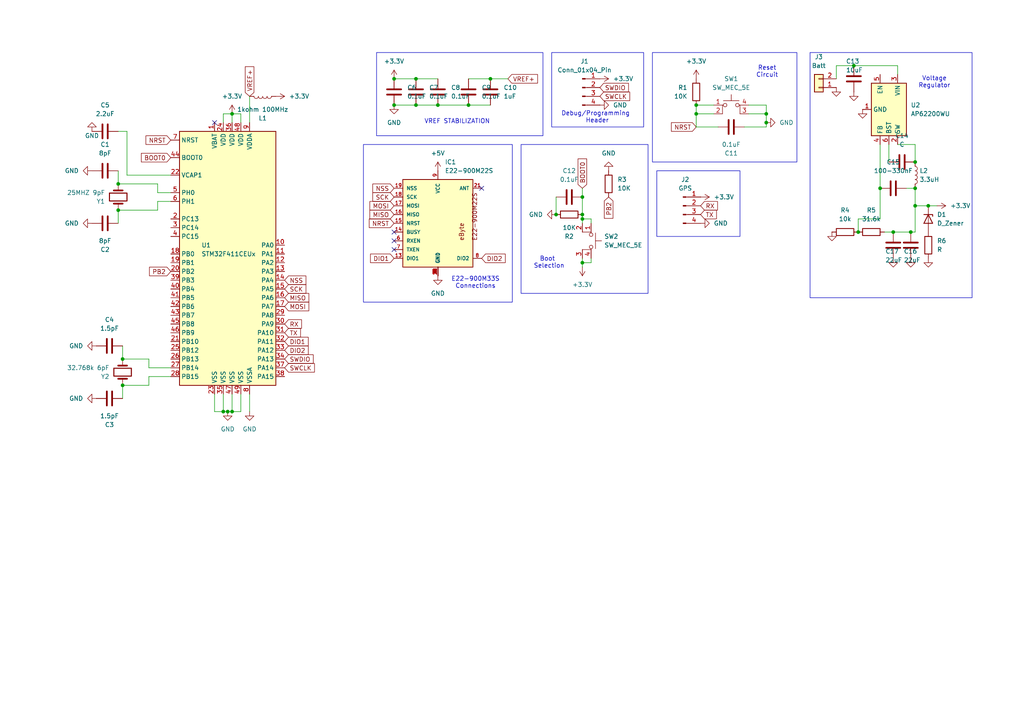
<source format=kicad_sch>
(kicad_sch (version 20231120) (generator "eeschema") (generator_version "8.0")
  (paper "A4")
  (lib_symbols
    (symbol "+3.3V_1" (power) (pin_numbers hide) (pin_names (offset 0) hide)
      (property "Value" "+3.3V" (at 0 3.556 0))
      (symbol "+3.3V_1_0_1"
        (polyline (pts (xy -0.762 1.27) (xy 0 2.54)))
        (polyline (pts (xy 0 0) (xy 0 2.54)))
        (polyline (pts (xy 0 2.54) (xy 0.762 1.27)))
      )
      (symbol "+3.3V_1_1_1"
        (pin power_in line (at 0 0 90) (length 0) (name "~") (number "1"))
      )
    )
    (symbol "+3.3V_2" (power) (pin_numbers hide) (pin_names (offset 0) hide)
      (property "Value" "+3.3V" (at 0 3.556 0))
      (symbol "+3.3V_2_0_1"
        (polyline (pts (xy -0.762 1.27) (xy 0 2.54)))
        (polyline (pts (xy 0 0) (xy 0 2.54)))
        (polyline (pts (xy 0 2.54) (xy 0.762 1.27)))
      )
      (symbol "+3.3V_2_1_1"
        (pin power_in line (at 0 0 90) (length 0) (name "~") (number "1"))
      )
    )
    (symbol "+3.3V_3" (power) (pin_numbers hide) (pin_names (offset 0) hide)
      (property "Value" "+3.3V" (at 0 3.556 0))
      (symbol "+3.3V_3_0_1"
        (polyline (pts (xy -0.762 1.27) (xy 0 2.54)))
        (polyline (pts (xy 0 0) (xy 0 2.54)))
        (polyline (pts (xy 0 2.54) (xy 0.762 1.27)))
      )
      (symbol "+3.3V_3_1_1"
        (pin power_in line (at 0 0 90) (length 0) (name "~") (number "1"))
      )
    )
    (symbol "+3.3V_4" (power) (pin_numbers hide) (pin_names (offset 0) hide)
      (property "Value" "+3.3V" (at 0 3.556 0))
      (symbol "+3.3V_4_0_1"
        (polyline (pts (xy -0.762 1.27) (xy 0 2.54)))
        (polyline (pts (xy 0 0) (xy 0 2.54)))
        (polyline (pts (xy 0 2.54) (xy 0.762 1.27)))
      )
      (symbol "+3.3V_4_1_1"
        (pin power_in line (at 0 0 90) (length 0) (name "~") (number "1"))
      )
    )
    (symbol "+3.3V_5" (power) (pin_numbers hide) (pin_names (offset 0) hide)
      (property "Value" "+3.3V" (at 0 3.556 0))
      (symbol "+3.3V_5_0_1"
        (polyline (pts (xy -0.762 1.27) (xy 0 2.54)))
        (polyline (pts (xy 0 0) (xy 0 2.54)))
        (polyline (pts (xy 0 2.54) (xy 0.762 1.27)))
      )
      (symbol "+3.3V_5_1_1"
        (pin power_in line (at 0 0 90) (length 0) (name "~") (number "1"))
      )
    )
    (symbol "+3.3V_6" (power) (pin_numbers hide) (pin_names (offset 0) hide)
      (property "Value" "+3.3V" (at 0 3.556 0))
      (symbol "+3.3V_6_0_1"
        (polyline (pts (xy -0.762 1.27) (xy 0 2.54)))
        (polyline (pts (xy 0 0) (xy 0 2.54)))
        (polyline (pts (xy 0 2.54) (xy 0.762 1.27)))
      )
      (symbol "+3.3V_6_1_1"
        (pin power_in line (at 0 0 90) (length 0) (name "~") (number "1"))
      )
    )
    (symbol "Connector:Conn_01x04_Pin" (pin_names (offset 1.016) hide)
      (property "Reference" "J" (at 0 5.08 0))
      (property "Value" "Conn_01x04_Pin" (at 0 -7.62 0))
      (symbol "Conn_01x04_Pin_1_1"
        (polyline (pts (xy 1.27 -5.08) (xy 0.8636 -5.08)) (stroke (width 0.1524)))
        (polyline (pts (xy 1.27 -2.54) (xy 0.8636 -2.54)) (stroke (width 0.1524)))
        (polyline (pts (xy 1.27 0) (xy 0.8636 0)) (stroke (width 0.1524)))
        (polyline (pts (xy 1.27 2.54) (xy 0.8636 2.54)) (stroke (width 0.1524)))
        (rectangle (start 0.8636 -4.953) (end 0 -5.207) (stroke (width 0.1524)) (fill (type outline)))
        (rectangle (start 0.8636 -2.413) (end 0 -2.667) (stroke (width 0.1524)) (fill (type outline)))
        (rectangle (start 0.8636 0.127) (end 0 -0.127) (stroke (width 0.1524)) (fill (type outline)))
        (rectangle (start 0.8636 2.667) (end 0 2.413) (stroke (width 0.1524)) (fill (type outline)))
        (pin passive line (at 5.08 2.54 180) (length 3.81) (name "Pin_1") (number "1"))
        (pin passive line (at 5.08 0 180) (length 3.81) (name "Pin_2") (number "2"))
        (pin passive line (at 5.08 -2.54 180) (length 3.81) (name "Pin_3") (number "3"))
        (pin passive line (at 5.08 -5.08 180) (length 3.81) (name "Pin_4") (number "4"))
      )
    )
    (symbol "Connector_Generic:Conn_01x02" (pin_names (offset 1.016) hide)
      (property "Reference" "J" (at 0 2.54 0))
      (property "Value" "Conn_01x02" (at 0 -5.08 0))
      (symbol "Conn_01x02_1_1"
        (rectangle (start -1.27 -2.413) (end 0 -2.667) (stroke (width 0.1524)))
        (rectangle (start -1.27 0.127) (end 0 -0.127) (stroke (width 0.1524)))
        (rectangle (start -1.27 1.27) (end 1.27 -3.81) (stroke (width 0.254)) (fill (type background)))
        (pin passive line (at -5.08 0 0) (length 3.81) (name "Pin_1") (number "1"))
        (pin passive line (at -5.08 -2.54 0) (length 3.81) (name "Pin_2") (number "2"))
      )
    )
    (symbol "Device:C" (pin_numbers hide) (pin_names (offset 0.254))
      (property "Reference" "C" (at 0.635 2.54 0))
      (property "Value" "C" (at 0.635 -2.54 0))
      (symbol "C_0_1"
        (polyline (pts (xy -2.032 -0.762) (xy 2.032 -0.762)) (stroke (width 0.508)))
        (polyline (pts (xy -2.032 0.762) (xy 2.032 0.762)) (stroke (width 0.508)))
      )
      (symbol "C_1_1"
        (pin passive line (at 0 3.81 270) (length 2.794) (name "~") (number "1"))
        (pin passive line (at 0 -3.81 90) (length 2.794) (name "~") (number "2"))
      )
    )
    (symbol "Device:Crystal" (pin_numbers hide) (pin_names (offset 1.016) hide)
      (property "Reference" "Y" (at 0 3.81 0))
      (property "Value" "Crystal" (at 0 -3.81 0))
      (symbol "Crystal_0_1"
        (rectangle (start -1.143 2.54) (end 1.143 -2.54) (stroke (width 0.3048)))
        (polyline (pts (xy -2.54 0) (xy -1.905 0)))
        (polyline (pts (xy -1.905 -1.27) (xy -1.905 1.27)) (stroke (width 0.508)))
        (polyline (pts (xy 1.905 -1.27) (xy 1.905 1.27)) (stroke (width 0.508)))
        (polyline (pts (xy 2.54 0) (xy 1.905 0)))
      )
      (symbol "Crystal_1_1"
        (pin passive line (at -3.81 0 0) (length 1.27) (name "1") (number "1"))
        (pin passive line (at 3.81 0 180) (length 1.27) (name "2") (number "2"))
      )
    )
    (symbol "Device:D_Zener" (pin_numbers hide) (pin_names (offset 1.016) hide)
      (property "Reference" "D" (at 0 2.54 0))
      (property "Value" "D_Zener" (at 0 -2.54 0))
      (symbol "D_Zener_0_1"
        (polyline (pts (xy 1.27 0) (xy -1.27 0)))
        (polyline (pts (xy -1.27 -1.27) (xy -1.27 1.27) (xy -0.762 1.27)) (stroke (width 0.254)))
        (polyline (pts (xy 1.27 -1.27) (xy 1.27 1.27) (xy -1.27 0) (xy 1.27 -1.27)) (stroke (width 0.254)))
      )
      (symbol "D_Zener_1_1"
        (pin passive line (at -3.81 0 0) (length 2.54) (name "K") (number "1"))
        (pin passive line (at 3.81 0 180) (length 2.54) (name "A") (number "2"))
      )
    )
    (symbol "Device:L" (pin_numbers hide) (pin_names (offset 1.016) hide)
      (property "Reference" "L" (at -1.27 0 90))
      (property "Value" "L" (at 1.905 0 90))
      (symbol "L_0_1"
        (arc (start 0 -2.54) (mid 0.6323 -1.905) (end 0 -1.27))
        (arc (start 0 -1.27) (mid 0.6323 -0.635) (end 0 0))
        (arc (start 0 0) (mid 0.6323 0.635) (end 0 1.27))
        (arc (start 0 1.27) (mid 0.6323 1.905) (end 0 2.54))
      )
      (symbol "L_1_1"
        (pin passive line (at 0 3.81 270) (length 1.27) (name "1") (number "1"))
        (pin passive line (at 0 -3.81 90) (length 1.27) (name "2") (number "2"))
      )
    )
    (symbol "Device:R" (pin_numbers hide) (pin_names (offset 0))
      (property "Reference" "R" (at 2.032 0 90))
      (property "Value" "R" (at 0 0 90))
      (symbol "R_0_1"
        (rectangle (start -1.016 -2.54) (end 1.016 2.54) (stroke (width 0.254)))
      )
      (symbol "R_1_1"
        (pin passive line (at 0 3.81 270) (length 1.27) (name "~") (number "1"))
        (pin passive line (at 0 -3.81 90) (length 1.27) (name "~") (number "2"))
      )
    )
    (symbol "E22-900M22S:E22-900M22S" (pin_names (offset 1.016))
      (property "Reference" "IC" (at 5.08 17.78 0))
      (property "Value" "E22-900M22S" (at -12.7 17.78 0))
      (symbol "E22-900M22S_0_0"
        (rectangle (start -10.16 -12.7) (end 10.16 12.7) (stroke (width 0.254)) (fill (type background)))
        (text "E22-900M22S" (at 11.43 -5.08 900) (effects (font (size 1.27 1.27)) (justify left bottom)))
        (text "eByte" (at 7.62 -5.08 900) (effects (font (size 1.27 1.27)) (justify left bottom)))
        (pin power_in line (at 0 -15.24 90) (length 2.54) (name "GND") (number "1"))
        (pin power_in line (at 0 -15.24 90) (length 2.54) (name "GND") (number "10"))
        (pin power_in line (at 0 -15.24 90) (length 2.54) (name "GND") (number "11"))
        (pin power_in line (at 0 -15.24 90) (length 2.54) (name "GND") (number "12"))
        (pin bidirectional line (at -12.7 -10.16 0) (length 2.54) (name "DIO1") (number "13"))
        (pin bidirectional line (at -12.7 -2.54 0) (length 2.54) (name "BUSY") (number "14"))
        (pin bidirectional line (at -12.7 0 0) (length 2.54) (name "NRST") (number "15"))
        (pin bidirectional line (at -12.7 2.54 0) (length 2.54) (name "MISO") (number "16"))
        (pin bidirectional line (at -12.7 5.08 0) (length 2.54) (name "MOSI") (number "17"))
        (pin input line (at -12.7 7.62 0) (length 2.54) (name "SCK") (number "18"))
        (pin input line (at -12.7 10.16 0) (length 2.54) (name "NSS") (number "19"))
        (pin power_in line (at 0 -15.24 90) (length 2.54) (name "GND") (number "2"))
        (pin power_in line (at 0 -15.24 90) (length 2.54) (name "GND") (number "20"))
        (pin output line (at 12.7 10.16 180) (length 2.54) (name "ANT") (number "21"))
        (pin power_in line (at 0 -15.24 90) (length 2.54) (name "GND") (number "22"))
        (pin power_in line (at 0 -15.24 90) (length 2.54) (name "GND") (number "3"))
        (pin power_in line (at 0 -15.24 90) (length 2.54) (name "GND") (number "4"))
        (pin power_in line (at 0 -15.24 90) (length 2.54) (name "GND") (number "5"))
        (pin input line (at -12.7 -5.08 0) (length 2.54) (name "RXEN") (number "6"))
        (pin bidirectional line (at -12.7 -7.62 0) (length 2.54) (name "TXEN") (number "7"))
        (pin bidirectional line (at 12.7 -10.16 180) (length 2.54) (name "DIO2") (number "8"))
        (pin power_in line (at 0 15.24 270) (length 2.54) (name "VCC") (number "9"))
      )
    )
    (symbol "GND_1" (power) (pin_numbers hide) (pin_names (offset 0) hide)
      (property "Value" "GND" (at 0 -3.81 0))
      (symbol "GND_1_0_1"
        (polyline (pts (xy 0 0) (xy 0 -1.27) (xy 1.27 -1.27) (xy 0 -2.54) (xy -1.27 -1.27) (xy 0 -1.27)))
      )
      (symbol "GND_1_1_1"
        (pin power_in line (at 0 0 270) (length 0) (name "~") (number "1"))
      )
    )
    (symbol "GND_10" (power) (pin_numbers hide) (pin_names (offset 0) hide)
      (property "Value" "GND" (at 0 -3.81 0))
      (symbol "GND_10_0_1"
        (polyline (pts (xy 0 0) (xy 0 -1.27) (xy 1.27 -1.27) (xy 0 -2.54) (xy -1.27 -1.27) (xy 0 -1.27)))
      )
      (symbol "GND_10_1_1"
        (pin power_in line (at 0 0 270) (length 0) (name "~") (number "1"))
      )
    )
    (symbol "GND_2" (power) (pin_numbers hide) (pin_names (offset 0) hide)
      (property "Value" "GND" (at 0 -3.81 0))
      (symbol "GND_2_0_1"
        (polyline (pts (xy 0 0) (xy 0 -1.27) (xy 1.27 -1.27) (xy 0 -2.54) (xy -1.27 -1.27) (xy 0 -1.27)))
      )
      (symbol "GND_2_1_1"
        (pin power_in line (at 0 0 270) (length 0) (name "~") (number "1"))
      )
    )
    (symbol "GND_3" (power) (pin_numbers hide) (pin_names (offset 0) hide)
      (property "Value" "GND" (at 0 -3.81 0))
      (symbol "GND_3_0_1"
        (polyline (pts (xy 0 0) (xy 0 -1.27) (xy 1.27 -1.27) (xy 0 -2.54) (xy -1.27 -1.27) (xy 0 -1.27)))
      )
      (symbol "GND_3_1_1"
        (pin power_in line (at 0 0 270) (length 0) (name "~") (number "1"))
      )
    )
    (symbol "GND_4" (power) (pin_numbers hide) (pin_names (offset 0) hide)
      (property "Value" "GND" (at 0 -3.81 0))
      (symbol "GND_4_0_1"
        (polyline (pts (xy 0 0) (xy 0 -1.27) (xy 1.27 -1.27) (xy 0 -2.54) (xy -1.27 -1.27) (xy 0 -1.27)))
      )
      (symbol "GND_4_1_1"
        (pin power_in line (at 0 0 270) (length 0) (name "~") (number "1"))
      )
    )
    (symbol "GND_5" (power) (pin_numbers hide) (pin_names (offset 0) hide)
      (property "Value" "GND" (at 0 -3.81 0))
      (symbol "GND_5_0_1"
        (polyline (pts (xy 0 0) (xy 0 -1.27) (xy 1.27 -1.27) (xy 0 -2.54) (xy -1.27 -1.27) (xy 0 -1.27)))
      )
      (symbol "GND_5_1_1"
        (pin power_in line (at 0 0 270) (length 0) (name "~") (number "1"))
      )
    )
    (symbol "GND_6" (power) (pin_numbers hide) (pin_names (offset 0) hide)
      (property "Value" "GND" (at 0 -3.81 0))
      (symbol "GND_6_0_1"
        (polyline (pts (xy 0 0) (xy 0 -1.27) (xy 1.27 -1.27) (xy 0 -2.54) (xy -1.27 -1.27) (xy 0 -1.27)))
      )
      (symbol "GND_6_1_1"
        (pin power_in line (at 0 0 270) (length 0) (name "~") (number "1"))
      )
    )
    (symbol "GND_7" (power) (pin_numbers hide) (pin_names (offset 0) hide)
      (property "Value" "GND" (at 0 -3.81 0))
      (symbol "GND_7_0_1"
        (polyline (pts (xy 0 0) (xy 0 -1.27) (xy 1.27 -1.27) (xy 0 -2.54) (xy -1.27 -1.27) (xy 0 -1.27)))
      )
      (symbol "GND_7_1_1"
        (pin power_in line (at 0 0 270) (length 0) (name "~") (number "1"))
      )
    )
    (symbol "GND_8" (power) (pin_numbers hide) (pin_names (offset 0) hide)
      (property "Value" "GND" (at 0 -3.81 0))
      (symbol "GND_8_0_1"
        (polyline (pts (xy 0 0) (xy 0 -1.27) (xy 1.27 -1.27) (xy 0 -2.54) (xy -1.27 -1.27) (xy 0 -1.27)))
      )
      (symbol "GND_8_1_1"
        (pin power_in line (at 0 0 270) (length 0) (name "~") (number "1"))
      )
    )
    (symbol "GND_9" (power) (pin_numbers hide) (pin_names (offset 0) hide)
      (property "Value" "GND" (at 0 -3.81 0))
      (symbol "GND_9_0_1"
        (polyline (pts (xy 0 0) (xy 0 -1.27) (xy 1.27 -1.27) (xy 0 -2.54) (xy -1.27 -1.27) (xy 0 -1.27)))
      )
      (symbol "GND_9_1_1"
        (pin power_in line (at 0 0 270) (length 0) (name "~") (number "1"))
      )
    )
    (symbol "MCU_ST_STM32F4:STM32F411CEUx"
      (property "Reference" "U" (at -15.24 36.83 0))
      (property "Value" "STM32F411CEUx" (at 7.62 36.83 0))
      (symbol "STM32F411CEUx_0_1"
        (rectangle (start -15.24 -38.1) (end 12.7 35.56) (stroke (width 0.254)) (fill (type background)))
      )
      (symbol "STM32F411CEUx_1_1"
        (pin power_in line (at -5.08 38.1 270) (length 2.54) (name "VBAT") (number "1"))
        (pin bidirectional line (at 15.24 2.54 180) (length 2.54) (name "PA0") (number "10"))
        (pin bidirectional line (at 15.24 0 180) (length 2.54) (name "PA1") (number "11"))
        (pin bidirectional line (at 15.24 -2.54 180) (length 2.54) (name "PA2") (number "12"))
        (pin bidirectional line (at 15.24 -5.08 180) (length 2.54) (name "PA3") (number "13"))
        (pin bidirectional line (at 15.24 -7.62 180) (length 2.54) (name "PA4") (number "14"))
        (pin bidirectional line (at 15.24 -10.16 180) (length 2.54) (name "PA5") (number "15"))
        (pin bidirectional line (at 15.24 -12.7 180) (length 2.54) (name "PA6") (number "16"))
        (pin bidirectional line (at 15.24 -15.24 180) (length 2.54) (name "PA7") (number "17"))
        (pin bidirectional line (at -17.78 0 0) (length 2.54) (name "PB0") (number "18"))
        (pin bidirectional line (at -17.78 -2.54 0) (length 2.54) (name "PB1") (number "19"))
        (pin bidirectional line (at -17.78 10.16 0) (length 2.54) (name "PC13") (number "2"))
        (pin bidirectional line (at -17.78 -5.08 0) (length 2.54) (name "PB2") (number "20"))
        (pin bidirectional line (at -17.78 -25.4 0) (length 2.54) (name "PB10") (number "21"))
        (pin power_in line (at -17.78 22.86 0) (length 2.54) (name "VCAP1") (number "22"))
        (pin power_in line (at -5.08 -40.64 90) (length 2.54) (name "VSS") (number "23"))
        (pin power_in line (at -2.54 38.1 270) (length 2.54) (name "VDD") (number "24"))
        (pin bidirectional line (at -17.78 -27.94 0) (length 2.54) (name "PB12") (number "25"))
        (pin bidirectional line (at -17.78 -30.48 0) (length 2.54) (name "PB13") (number "26"))
        (pin bidirectional line (at -17.78 -33.02 0) (length 2.54) (name "PB14") (number "27"))
        (pin bidirectional line (at -17.78 -35.56 0) (length 2.54) (name "PB15") (number "28"))
        (pin bidirectional line (at 15.24 -17.78 180) (length 2.54) (name "PA8") (number "29"))
        (pin bidirectional line (at -17.78 7.62 0) (length 2.54) (name "PC14") (number "3"))
        (pin bidirectional line (at 15.24 -20.32 180) (length 2.54) (name "PA9") (number "30"))
        (pin bidirectional line (at 15.24 -22.86 180) (length 2.54) (name "PA10") (number "31"))
        (pin bidirectional line (at 15.24 -25.4 180) (length 2.54) (name "PA11") (number "32"))
        (pin bidirectional line (at 15.24 -27.94 180) (length 2.54) (name "PA12") (number "33"))
        (pin bidirectional line (at 15.24 -30.48 180) (length 2.54) (name "PA13") (number "34"))
        (pin power_in line (at -2.54 -40.64 90) (length 2.54) (name "VSS") (number "35"))
        (pin power_in line (at 0 38.1 270) (length 2.54) (name "VDD") (number "36"))
        (pin bidirectional line (at 15.24 -33.02 180) (length 2.54) (name "PA14") (number "37"))
        (pin bidirectional line (at 15.24 -35.56 180) (length 2.54) (name "PA15") (number "38"))
        (pin bidirectional line (at -17.78 -7.62 0) (length 2.54) (name "PB3") (number "39"))
        (pin bidirectional line (at -17.78 5.08 0) (length 2.54) (name "PC15") (number "4"))
        (pin bidirectional line (at -17.78 -10.16 0) (length 2.54) (name "PB4") (number "40"))
        (pin bidirectional line (at -17.78 -12.7 0) (length 2.54) (name "PB5") (number "41"))
        (pin bidirectional line (at -17.78 -15.24 0) (length 2.54) (name "PB6") (number "42"))
        (pin bidirectional line (at -17.78 -17.78 0) (length 2.54) (name "PB7") (number "43"))
        (pin input line (at -17.78 27.94 0) (length 2.54) (name "BOOT0") (number "44"))
        (pin bidirectional line (at -17.78 -20.32 0) (length 2.54) (name "PB8") (number "45"))
        (pin bidirectional line (at -17.78 -22.86 0) (length 2.54) (name "PB9") (number "46"))
        (pin power_in line (at 0 -40.64 90) (length 2.54) (name "VSS") (number "47"))
        (pin power_in line (at 2.54 38.1 270) (length 2.54) (name "VDD") (number "48"))
        (pin power_in line (at 2.54 -40.64 90) (length 2.54) (name "VSS") (number "49"))
        (pin input line (at -17.78 17.78 0) (length 2.54) (name "PH0") (number "5"))
        (pin input line (at -17.78 15.24 0) (length 2.54) (name "PH1") (number "6"))
        (pin input line (at -17.78 33.02 0) (length 2.54) (name "NRST") (number "7"))
        (pin power_in line (at 5.08 -40.64 90) (length 2.54) (name "VSSA") (number "8"))
        (pin power_in line (at 5.08 38.1 270) (length 2.54) (name "VDDA") (number "9"))
      )
    )
    (symbol "Regulator_Switching:AP62250WU"
      (property "Reference" "U" (at -7.62 6.35 0))
      (property "Value" "AP62250WU" (at 6.35 -6.35 0))
      (symbol "AP62250WU_0_1"
        (rectangle (start -7.62 5.08) (end 7.62 -5.08) (stroke (width 0.254)) (fill (type background)))
      )
      (symbol "AP62250WU_1_1"
        (pin power_in line (at 0 -7.62 90) (length 2.54) (name "GND") (number "1"))
        (pin output line (at 10.16 2.54 180) (length 2.54) (name "SW") (number "2"))
        (pin power_in line (at -10.16 2.54 0) (length 2.54) (name "VIN") (number "3"))
        (pin input line (at 10.16 -2.54 180) (length 2.54) (name "FB") (number "4"))
        (pin passive line (at -10.16 -2.54 0) (length 2.54) (name "EN") (number "5"))
        (pin passive line (at 10.16 0 180) (length 2.54) (name "BST") (number "6"))
      )
    )
    (symbol "Switch:SW_MEC_5E" (pin_names (offset 1.016) hide)
      (property "Reference" "SW" (at 0.635 5.715 0))
      (property "Value" "SW_MEC_5E" (at 0 -3.175 0))
      (symbol "SW_MEC_5E_0_1"
        (circle (center -1.778 2.54) (radius 0.508))
        (polyline (pts (xy -2.286 3.81) (xy 2.286 3.81)))
        (polyline (pts (xy 0 3.81) (xy 0 5.588)))
        (polyline (pts (xy -2.54 0) (xy -2.54 2.54) (xy -2.286 2.54)))
        (polyline (pts (xy 2.54 0) (xy 2.54 2.54) (xy 2.286 2.54)))
        (circle (center 1.778 2.54) (radius 0.508))
        (pin passive line (at -5.08 2.54 0) (length 2.54) (name "1") (number "1"))
        (pin passive line (at -5.08 0 0) (length 2.54) (name "2") (number "2"))
        (pin passive line (at 5.08 0 180) (length 2.54) (name "K") (number "3"))
        (pin passive line (at 5.08 2.54 180) (length 2.54) (name "A") (number "4"))
      )
    )
    (symbol "power:+3.3V" (power) (pin_names (offset 0))
      (property "Value" "+3.3V" (at 0 3.556 0))
      (symbol "+3.3V_0_1"
        (polyline (pts (xy -0.762 1.27) (xy 0 2.54)))
        (polyline (pts (xy 0 0) (xy 0 2.54)))
        (polyline (pts (xy 0 2.54) (xy 0.762 1.27)))
      )
      (symbol "+3.3V_1_1"
        (pin power_in line (at 0 0 90) (length 0) hide (name "+3.3V") (number "1"))
      )
    )
    (symbol "power:+5V" (power) (pin_numbers hide) (pin_names (offset 0) hide)
      (property "Value" "+5V" (at 0 3.556 0))
      (symbol "+5V_0_1"
        (polyline (pts (xy -0.762 1.27) (xy 0 2.54)))
        (polyline (pts (xy 0 0) (xy 0 2.54)))
        (polyline (pts (xy 0 2.54) (xy 0.762 1.27)))
      )
      (symbol "+5V_1_1"
        (pin power_in line (at 0 0 90) (length 0) (name "~") (number "1"))
      )
    )
    (symbol "power:GND" (power) (pin_names (offset 0))
      (property "Value" "GND" (at 0 -3.81 0))
      (symbol "GND_0_1"
        (polyline (pts (xy 0 0) (xy 0 -1.27) (xy 1.27 -1.27) (xy 0 -2.54) (xy -1.27 -1.27) (xy 0 -1.27)))
      )
      (symbol "GND_1_1"
        (pin power_in line (at 0 0 270) (length 0) hide (name "GND") (number "1"))
      )
    )
  )
  (junction (at 247.65 19.05))
  (junction (at 269.24 59.69))
  (junction (at 259.08 67.31))
  (junction (at 265.43 59.69))
  (junction (at 135.89 30.48))
  (junction (at 222.25 33.02))
  (junction (at 222.25 35.56))
  (junction (at 66.04 119.38))
  (junction (at 127 30.48))
  (junction (at 265.43 46.99))
  (junction (at 255.27 54.61))
  (junction (at 120.65 22.86))
  (junction (at 114.3 22.86))
  (junction (at 35.56 111.76))
  (junction (at 265.43 54.61))
  (junction (at 114.3 30.48))
  (junction (at 67.31 33.02))
  (junction (at 168.91 63.5))
  (junction (at 35.56 104.14))
  (junction (at 64.77 119.38))
  (junction (at 161.29 62.23))
  (junction (at 168.91 57.15))
  (junction (at 142.24 22.86))
  (junction (at 264.16 67.31))
  (junction (at 201.93 30.48))
  (junction (at 168.91 62.23))
  (junction (at 201.93 33.02))
  (junction (at 248.92 67.31))
  (junction (at 34.29 60.96))
  (junction (at 67.31 119.38))
  (junction (at 120.65 30.48))
  (junction (at 34.29 53.34))
  (junction (at 168.91 76.2))
  (no_connect (at 114.3 72.39))
  (no_connect (at 139.7 54.61))
  (no_connect (at 62.23 35.56))
  (no_connect (at 114.3 69.85))
  (no_connect (at 114.3 67.31))
  (wire (pts (xy 217.17 30.48) (xy 222.25 30.48)))
  (wire (pts (xy 265.43 67.31) (xy 264.16 67.31)))
  (wire (pts (xy 207.01 33.02) (xy 201.93 33.02)))
  (wire (pts (xy 127 30.48) (xy 135.89 30.48)))
  (wire (pts (xy 247.65 19.05) (xy 242.57 19.05)))
  (wire (pts (xy 201.93 33.02) (xy 201.93 36.83)))
  (wire (pts (xy 171.45 74.93) (xy 171.45 76.2)))
  (wire (pts (xy 260.35 19.05) (xy 247.65 19.05)))
  (wire (pts (xy 142.24 22.86) (xy 147.32 22.86)))
  (wire (pts (xy 36.83 38.1) (xy 34.29 38.1)))
  (wire (pts (xy 49.53 106.68) (xy 43.18 106.68)))
  (wire (pts (xy 114.3 30.48) (xy 120.65 30.48)))
  (wire (pts (xy 257.81 41.91) (xy 257.81 46.99)))
  (wire (pts (xy 64.77 119.38) (xy 66.04 119.38)))
  (wire (pts (xy 114.3 22.86) (xy 120.65 22.86)))
  (wire (pts (xy 49.53 50.8) (xy 36.83 50.8)))
  (wire (pts (xy 43.18 109.22) (xy 43.18 111.76)))
  (wire (pts (xy 120.65 22.86) (xy 127 22.86)))
  (wire (pts (xy 201.93 30.48) (xy 207.01 30.48)))
  (wire (pts (xy 222.25 35.56) (xy 222.25 36.83)))
  (wire (pts (xy 269.24 59.69) (xy 271.78 59.69)))
  (wire (pts (xy 255.27 63.5) (xy 255.27 54.61)))
  (wire (pts (xy 49.53 55.88) (xy 45.72 55.88)))
  (wire (pts (xy 168.91 57.15) (xy 168.91 62.23)))
  (wire (pts (xy 135.89 22.86) (xy 142.24 22.86)))
  (wire (pts (xy 69.85 114.3) (xy 69.85 119.38)))
  (wire (pts (xy 262.89 54.61) (xy 265.43 54.61)))
  (wire (pts (xy 36.83 50.8) (xy 36.83 38.1)))
  (wire (pts (xy 67.31 33.02) (xy 67.31 35.56)))
  (wire (pts (xy 248.92 63.5) (xy 248.92 67.31)))
  (wire (pts (xy 259.08 67.31) (xy 256.54 67.31)))
  (wire (pts (xy 265.43 54.61) (xy 265.43 59.69)))
  (wire (pts (xy 45.72 55.88) (xy 45.72 53.34)))
  (wire (pts (xy 168.91 62.23) (xy 168.91 63.5)))
  (wire (pts (xy 69.85 33.02) (xy 67.31 33.02)))
  (wire (pts (xy 255.27 41.91) (xy 255.27 54.61)))
  (wire (pts (xy 168.91 74.93) (xy 168.91 76.2)))
  (wire (pts (xy 265.43 59.69) (xy 265.43 67.31)))
  (wire (pts (xy 35.56 100.33) (xy 35.56 104.14)))
  (wire (pts (xy 43.18 106.68) (xy 43.18 104.14)))
  (wire (pts (xy 67.31 114.3) (xy 67.31 119.38)))
  (wire (pts (xy 72.39 114.3) (xy 72.39 119.38)))
  (wire (pts (xy 265.43 41.91) (xy 265.43 46.99)))
  (wire (pts (xy 248.92 63.5) (xy 255.27 63.5)))
  (wire (pts (xy 45.72 60.96) (xy 34.29 60.96)))
  (wire (pts (xy 43.18 111.76) (xy 35.56 111.76)))
  (wire (pts (xy 43.18 104.14) (xy 35.56 104.14)))
  (wire (pts (xy 264.16 67.31) (xy 259.08 67.31)))
  (wire (pts (xy 222.25 36.83) (xy 215.9 36.83)))
  (wire (pts (xy 64.77 33.02) (xy 67.31 33.02)))
  (wire (pts (xy 135.89 30.48) (xy 142.24 30.48)))
  (wire (pts (xy 69.85 119.38) (xy 67.31 119.38)))
  (wire (pts (xy 67.31 119.38) (xy 66.04 119.38)))
  (wire (pts (xy 201.93 36.83) (xy 208.28 36.83)))
  (wire (pts (xy 161.29 57.15) (xy 161.29 62.23)))
  (wire (pts (xy 62.23 119.38) (xy 64.77 119.38)))
  (wire (pts (xy 34.29 64.77) (xy 34.29 60.96)))
  (wire (pts (xy 201.93 33.02) (xy 201.93 30.48)))
  (wire (pts (xy 49.53 109.22) (xy 43.18 109.22)))
  (wire (pts (xy 260.35 41.91) (xy 265.43 41.91)))
  (wire (pts (xy 222.25 33.02) (xy 222.25 35.56)))
  (wire (pts (xy 120.65 30.48) (xy 127 30.48)))
  (wire (pts (xy 171.45 76.2) (xy 168.91 76.2)))
  (wire (pts (xy 35.56 115.57) (xy 35.56 111.76)))
  (wire (pts (xy 49.53 58.42) (xy 45.72 58.42)))
  (wire (pts (xy 265.43 59.69) (xy 269.24 59.69)))
  (wire (pts (xy 72.39 27.94) (xy 72.39 35.56)))
  (wire (pts (xy 168.91 63.5) (xy 168.91 64.77)))
  (wire (pts (xy 45.72 58.42) (xy 45.72 60.96)))
  (wire (pts (xy 171.45 64.77) (xy 171.45 63.5)))
  (wire (pts (xy 260.35 21.59) (xy 260.35 19.05)))
  (wire (pts (xy 242.57 19.05) (xy 242.57 22.86)))
  (wire (pts (xy 45.72 53.34) (xy 34.29 53.34)))
  (wire (pts (xy 168.91 76.2) (xy 168.91 77.47)))
  (wire (pts (xy 168.91 57.15) (xy 168.91 54.61)))
  (wire (pts (xy 62.23 114.3) (xy 62.23 119.38)))
  (wire (pts (xy 69.85 35.56) (xy 69.85 33.02)))
  (wire (pts (xy 171.45 63.5) (xy 168.91 63.5)))
  (wire (pts (xy 222.25 30.48) (xy 222.25 33.02)))
  (wire (pts (xy 64.77 114.3) (xy 64.77 119.38)))
  (wire (pts (xy 64.77 35.56) (xy 64.77 33.02)))
  (wire (pts (xy 34.29 49.53) (xy 34.29 53.34)))
  (wire (pts (xy 217.17 33.02) (xy 222.25 33.02)))
  (rectangle (start 189.23 15.24) (end 231.14 46.99))
  (rectangle (start 190.5 49.53) (end 214.63 68.58))
  (rectangle (start 151.13 41.91) (end 187.96 85.09))
  (rectangle (start 234.95 15.24) (end 281.94 86.36))
  (rectangle (start 109.22 15.24) (end 157.48 39.37))
  (rectangle (start 105.41 41.91) (end 148.59 87.63))
  (rectangle (start 160.02 15.24) (end 186.69 36.83))
  (text "Boot \nSelection\n" (at 159.258 76.2 0) (effects (font (size 1.27 1.27))))
  (text "Reset\nCircuit\n" (at 222.504 20.828 0) (effects (font (size 1.27 1.27))))
  (text "E22-900M33S\nConnections\n" (at 137.922 82.042 0) (effects (font (size 1.27 1.27))))
  (text "Debug/Programming \nHeader\n" (at 173.228 34.036 0) (effects (font (size 1.27 1.27))))
  (text "VREF STABILIZATION\n" (at 132.588 35.306 0) (effects (font (size 1.27 1.27))))
  (text "Voltage\nRegulator\n" (at 271.018 23.876 0) (effects (font (size 1.27 1.27))))
  (global_label "NRST" (shape input) (at 114.3 64.77 180) (property "Intersheetrefs" "${INTERSHEET_REFS}" (effects (hide yes))))
  (global_label "DIO2" (shape input) (at 139.7 74.93 0) (property "Intersheetrefs" "${INTERSHEET_REFS}" (effects (hide yes))))
  (global_label "DIO2" (shape input) (at 82.55 101.6 0) (property "Intersheetrefs" "${INTERSHEET_REFS}" (effects (hide yes))))
  (global_label "SCK" (shape input) (at 82.55 83.82 0) (property "Intersheetrefs" "${INTERSHEET_REFS}" (effects (hide yes))))
  (global_label "MISO" (shape input) (at 82.55 86.36 0) (property "Intersheetrefs" "${INTERSHEET_REFS}" (effects (hide yes))))
  (global_label "BOOT0" (shape input) (at 168.91 54.61 90) (property "Intersheetrefs" "${INTERSHEET_REFS}" (effects (hide yes))))
  (global_label "NSS" (shape input) (at 82.55 81.28 0) (property "Intersheetrefs" "${INTERSHEET_REFS}" (effects (hide yes))))
  (global_label "NSS" (shape input) (at 114.3 54.61 180) (property "Intersheetrefs" "${INTERSHEET_REFS}" (effects (hide yes))))
  (global_label "SCK" (shape input) (at 114.3 57.15 180) (property "Intersheetrefs" "${INTERSHEET_REFS}" (effects (hide yes))))
  (global_label "DIO1" (shape input) (at 114.3 74.93 180) (property "Intersheetrefs" "${INTERSHEET_REFS}" (effects (hide yes))))
  (global_label "MOSI" (shape input) (at 82.55 88.9 0) (property "Intersheetrefs" "${INTERSHEET_REFS}" (effects (hide yes))))
  (global_label "SWDIO" (shape input) (at 82.55 104.14 0) (property "Intersheetrefs" "${INTERSHEET_REFS}" (effects (hide yes))))
  (global_label "NRST" (shape input) (at 201.93 36.83 180) (property "Intersheetrefs" "${INTERSHEET_REFS}" (effects (hide yes))))
  (global_label "BOOT0" (shape input) (at 49.53 45.72 180) (property "Intersheetrefs" "${INTERSHEET_REFS}" (effects (hide yes))))
  (global_label "VREF+" (shape input) (at 72.39 27.94 90) (property "Intersheetrefs" "${INTERSHEET_REFS}" (effects (hide yes))))
  (global_label "SWCLK" (shape input) (at 173.99 27.94 0) (property "Intersheetrefs" "${INTERSHEET_REFS}" (effects (hide yes))))
  (global_label "SWDIO" (shape input) (at 173.99 25.4 0) (property "Intersheetrefs" "${INTERSHEET_REFS}" (effects (hide yes))))
  (global_label "MISO" (shape input) (at 114.3 62.23 180) (property "Intersheetrefs" "${INTERSHEET_REFS}" (effects (hide yes))))
  (global_label "MOSI" (shape input) (at 114.3 59.69 180) (property "Intersheetrefs" "${INTERSHEET_REFS}" (effects (hide yes))))
  (global_label "VREF+" (shape input) (at 147.32 22.86 0) (property "Intersheetrefs" "${INTERSHEET_REFS}" (effects (hide yes))))
  (global_label "TX" (shape input) (at 203.2 62.23 0) (property "Intersheetrefs" "${INTERSHEET_REFS}" (effects (hide yes))))
  (global_label "RX" (shape input) (at 203.2 59.69 0) (property "Intersheetrefs" "${INTERSHEET_REFS}" (effects (hide yes))))
  (global_label "RX" (shape input) (at 82.55 93.98 0) (property "Intersheetrefs" "${INTERSHEET_REFS}" (effects (hide yes))))
  (global_label "DIO1" (shape input) (at 82.55 99.06 0) (property "Intersheetrefs" "${INTERSHEET_REFS}" (effects (hide yes))))
  (global_label "PB2" (shape input) (at 176.53 57.15 270) (property "Intersheetrefs" "${INTERSHEET_REFS}" (effects (hide yes))))
  (global_label "PB2" (shape input) (at 49.53 78.74 180) (property "Intersheetrefs" "${INTERSHEET_REFS}" (effects (hide yes))))
  (global_label "SWCLK" (shape input) (at 82.55 106.68 0) (property "Intersheetrefs" "${INTERSHEET_REFS}" (effects (hide yes))))
  (global_label "TX" (shape input) (at 82.55 96.52 0) (property "Intersheetrefs" "${INTERSHEET_REFS}" (effects (hide yes))))
  (global_label "NRST" (shape input) (at 49.53 40.64 180) (property "Intersheetrefs" "${INTERSHEET_REFS}" (effects (hide yes))))
  (symbol (lib_id "power:GND") (at 26.67 64.77 270) (unit 1)
    (property "Reference" "#PWR0105" (effects (hide yes)))
    (property "Value" "GND" (at 22.86 64.7699 90) (effects (justify right)))
  )
  (symbol (lib_id "E22-900M22S:E22-900M22S") (at 127 64.77 0) (unit 1)
    (property "Reference" "IC1" (at 129.0194 46.99 0) (effects (justify left)))
    (property "Value" "E22-900M22S" (at 129.0194 49.53 0) (effects (justify left)))
    (property "Footprint" "E22-900M30S:XCVR_E22-900M30S" (effects (hide yes)))
    (property "MF" "EBYTE" (effects (hide yes)))
    (property "Description_1" "\n                        \n                            SX1262 868/915MHz SPI SMD LoRa Module\n                        \n" (effects (hide yes)))
    (property "Package" "Package" (effects (hide yes)))
    (property "Price" "None" (effects (hide yes)))
    (property "SnapEDA_Link" "https://www.snapeda.com/parts/E22-900M22S/EBYTE/view-part/?ref=snap" (effects (hide yes)))
    (property "MP" "E22-900M22S" (effects (hide yes)))
    (property "Availability" "Not in stock" (effects (hide yes)))
    (property "Check_prices" "https://www.snapeda.com/parts/E22-900M22S/EBYTE/view-part/?ref=eda" (effects (hide yes)))
  )
  (symbol (lib_id "Device:Crystal") (at 34.29 57.15 90) (mirror x) (unit 1)
    (property "Reference" "Y1" (at 30.48 58.4201 90) (effects (justify left)))
    (property "Value" "25MHZ 9pF" (at 30.48 55.8801 90) (effects (justify left)))
  )
  (symbol (lib_id "Device:C") (at 247.65 22.86 0) (unit 1)
    (property "Reference" "C13" (at 245.364 17.78 0) (effects (justify left)))
    (property "Value" "10uF" (at 245.364 20.32 0) (effects (justify left)))
    (property "Description" "Unpolarized capacitor" (effects (hide yes)))
  )
  (symbol (lib_id "Device:R") (at 165.1 62.23 90) (mirror x) (unit 1)
    (property "Reference" "R2" (at 165.1 68.58 90))
    (property "Value" "10K" (at 165.1 66.04 90))
    (property "Description" "Resistor" (effects (hide yes)))
  )
  (symbol (lib_id "Device:R") (at 252.73 67.31 90) (unit 1)
    (property "Reference" "R5" (at 252.73 60.96 90))
    (property "Value" "31.6k" (at 252.73 63.5 90))
    (property "Description" "Resistor" (effects (hide yes)))
  )
  (symbol (lib_id "Device:C") (at 127 26.67 0) (unit 1)
    (property "Reference" "C8" (at 130.81 25.3999 0) (effects (justify left)))
    (property "Value" "0.1uF" (at 130.81 27.9399 0) (effects (justify left)))
    (property "Description" "Unpolarized capacitor" (effects (hide yes)))
  )
  (symbol (lib_id "MCU_ST_STM32F4:STM32F411CEUx") (at 67.31 73.66 0) (unit 1)
    (property "Reference" "U1" (at 58.42 71.12 0) (effects (justify left)))
    (property "Value" "STM32F411CEUx" (at 58.42 73.66 0) (effects (justify left)))
    (property "Footprint" "Package_DFN_QFN:QFN-48-1EP_7x7mm_P0.5mm_EP5.6x5.6mm" (effects (hide yes)))
    (property "Datasheet" "http://www.st.com/st-web-ui/static/active/en/resource/technical/document/datasheet/DM00115249.pdf" (effects (hide yes)))
  )
  (symbol (lib_id "power:GND") (at 72.39 119.38 0) (unit 1)
    (property "Reference" "#PWR0108" (effects (hide yes)))
    (property "Value" "GND" (at 72.39 124.46 0))
  )
  (symbol (lib_name "GND_3") (lib_id "power:GND") (at 222.25 35.56 90) (unit 1)
    (property "Reference" "#PWR05" (effects (hide yes)))
    (property "Value" "GND" (at 226.06 35.5599 90) (effects (justify right)))
    (property "Description" "Power symbol creates a global label with name \"GND\" , ground" (effects (hide yes)))
  )
  (symbol (lib_name "GND_7") (lib_id "power:GND") (at 241.3 67.31 0) (unit 1)
    (property "Reference" "#PWR018" (effects (hide yes)))
    (property "Value" "GND" (effects (hide yes)))
    (property "Description" "Power symbol creates a global label with name \"GND\" , ground" (effects (hide yes)))
  )
  (symbol (lib_id "Device:L") (at 265.43 50.8 0) (unit 1)
    (property "Reference" "L2" (at 266.7 49.5299 0) (effects (justify left)))
    (property "Value" "3.3uH" (at 266.7 52.0699 0) (effects (justify left)))
    (property "Description" "Inductor" (effects (hide yes)))
  )
  (symbol (lib_id "Device:C") (at 30.48 49.53 90) (unit 1)
    (property "Reference" "C1" (at 30.48 41.91 90))
    (property "Value" "8pF" (at 30.48 44.45 90))
  )
  (symbol (lib_id "Device:C") (at 259.08 71.12 180) (unit 1)
    (property "Reference" "C17" (at 256.794 72.898 0) (effects (justify right)))
    (property "Value" "22uF" (at 256.794 75.438 0) (effects (justify right)))
    (property "Description" "Unpolarized capacitor" (effects (hide yes)))
  )
  (symbol (lib_name "GND_5") (lib_id "power:GND") (at 127 80.01 0) (unit 1)
    (property "Reference" "#PWR011" (effects (hide yes)))
    (property "Value" "GND" (at 127 85.09 0))
    (property "Description" "Power symbol creates a global label with name \"GND\" , ground" (effects (hide yes)))
  )
  (symbol (lib_id "power:GND") (at 26.67 49.53 270) (unit 1)
    (property "Reference" "#PWR0106" (effects (hide yes)))
    (property "Value" "GND" (at 22.86 49.5299 90) (effects (justify right)))
  )
  (symbol (lib_id "power:GND") (at 27.94 100.33 270) (unit 1)
    (property "Reference" "#PWR0103" (effects (hide yes)))
    (property "Value" "GND" (at 24.13 100.3299 90) (effects (justify right)))
  )
  (symbol (lib_id "Device:C") (at 264.16 71.12 180) (unit 1)
    (property "Reference" "C16" (at 262.128 72.898 0) (effects (justify right)))
    (property "Value" "22uF" (at 262.128 75.438 0) (effects (justify right)))
    (property "Description" "Unpolarized capacitor" (effects (hide yes)))
  )
  (symbol (lib_id "Device:R") (at 201.93 26.67 0) (mirror y) (unit 1)
    (property "Reference" "R1" (at 199.39 25.3999 0) (effects (justify left)))
    (property "Value" "10K" (at 199.39 27.9399 0) (effects (justify left)))
    (property "Description" "Resistor" (effects (hide yes)))
  )
  (symbol (lib_name "GND_7") (lib_id "power:GND") (at 247.65 26.67 0) (unit 1)
    (property "Reference" "#PWR021" (effects (hide yes)))
    (property "Value" "GND" (effects (hide yes)))
    (property "Description" "Power symbol creates a global label with name \"GND\" , ground" (effects (hide yes)))
  )
  (symbol (lib_name "+3.3V_6") (lib_id "power:+3.3V") (at 271.78 59.69 270) (unit 1)
    (property "Reference" "#PWR015" (effects (hide yes)))
    (property "Value" "+3.3V" (at 275.59 59.6899 90) (effects (justify left)))
    (property "Description" "Power symbol creates a global label with name \"+3.3V\"" (effects (hide yes)))
  )
  (symbol (lib_id "Device:L") (at 76.2 27.94 90) (mirror x) (unit 1)
    (property "Reference" "L1" (at 76.2 34.29 90))
    (property "Value" "1kohm 100MHz" (at 76.2 31.75 90))
  )
  (symbol (lib_id "Device:Crystal") (at 35.56 107.95 90) (mirror x) (unit 1)
    (property "Reference" "Y2" (at 31.75 109.2201 90) (effects (justify left)))
    (property "Value" "32.768k 6pF" (at 31.75 106.6801 90) (effects (justify left)))
  )
  (symbol (lib_id "power:+5V") (at 127 49.53 0) (unit 1)
    (property "Reference" "#PWR010" (effects (hide yes)))
    (property "Value" "+5V" (at 127 44.45 0))
    (property "Description" "Power symbol creates a global label with name \"+5V\"" (effects (hide yes)))
  )
  (symbol (lib_id "Device:R") (at 176.53 53.34 0) (unit 1)
    (property "Reference" "R3" (at 179.07 52.0699 0) (effects (justify left)))
    (property "Value" "10K" (at 179.07 54.6099 0) (effects (justify left)))
    (property "Description" "Resistor" (effects (hide yes)))
  )
  (symbol (lib_id "power:GND") (at 27.94 115.57 270) (unit 1)
    (property "Reference" "#PWR0107" (effects (hide yes)))
    (property "Value" "GND" (at 24.13 115.5699 90) (effects (justify right)))
  )
  (symbol (lib_id "Device:C") (at 114.3 26.67 0) (unit 1)
    (property "Reference" "C6" (at 118.11 25.3999 0) (effects (justify left)))
    (property "Value" "0.1uF" (at 118.11 27.9399 0) (effects (justify left)))
    (property "Description" "Unpolarized capacitor" (effects (hide yes)))
  )
  (symbol (lib_id "Device:C") (at 259.08 54.61 90) (unit 1)
    (property "Reference" "C15" (at 259.08 46.99 90))
    (property "Value" "100-330nF" (at 259.08 49.53 90))
    (property "Description" "Unpolarized capacitor" (effects (hide yes)))
  )
  (symbol (lib_id "Device:C") (at 165.1 57.15 90) (unit 1)
    (property "Reference" "C12" (at 165.1 49.53 90))
    (property "Value" "0.1uF" (at 165.1 52.07 90))
    (property "Description" "Unpolarized capacitor" (effects (hide yes)))
  )
  (symbol (lib_name "GND_7") (lib_id "power:GND") (at 250.19 31.75 0) (unit 1)
    (property "Reference" "#PWR019" (effects (hide yes)))
    (property "Value" "GND" (effects (hide yes)))
    (property "Description" "Power symbol creates a global label with name \"GND\" , ground" (effects (hide yes)))
  )
  (symbol (lib_id "power:+3.3V") (at 67.31 33.02 0) (unit 1)
    (property "Reference" "#PWR0104" (effects (hide yes)))
    (property "Value" "+3.3V" (at 67.31 27.94 0))
  )
  (symbol (lib_id "Connector:Conn_01x04_Pin") (at 198.12 59.69 0) (unit 1)
    (property "Reference" "J2" (at 198.755 52.07 0))
    (property "Value" "GPS" (at 198.755 54.61 0))
    (property "Description" "Generic connector, single row, 01x04, script generated" (effects (hide yes)))
  )
  (symbol (lib_id "Device:C") (at 142.24 26.67 0) (unit 1)
    (property "Reference" "C10" (at 146.05 25.3999 0) (effects (justify left)))
    (property "Value" "1uF" (at 146.05 27.9399 0) (effects (justify left)))
    (property "Description" "Unpolarized capacitor" (effects (hide yes)))
  )
  (symbol (lib_id "Device:C") (at 212.09 36.83 90) (mirror x) (unit 1)
    (property "Reference" "C11" (at 212.09 44.45 90))
    (property "Value" "0.1uF" (at 212.09 41.91 90))
    (property "Description" "Unpolarized capacitor" (effects (hide yes)))
  )
  (symbol (lib_name "+3.3V_1") (lib_id "power:+3.3V") (at 114.3 22.86 0) (unit 1)
    (property "Reference" "#PWR02" (effects (hide yes)))
    (property "Value" "+3.3V" (at 114.3 17.78 0))
    (property "Description" "Power symbol creates a global label with name \"+3.3V\"" (effects (hide yes)))
  )
  (symbol (lib_id "power:GND") (at 26.67 38.1 180) (unit 1)
    (property "Reference" "#PWR0102" (effects (hide yes)))
    (property "Value" "GND" (at 26.67 39.37 0))
  )
  (symbol (lib_id "Switch:SW_MEC_5E") (at 212.09 33.02 0) (unit 1)
    (property "Reference" "SW1" (at 212.09 22.86 0))
    (property "Value" "SW_MEC_5E" (at 212.09 25.4 0))
    (property "Datasheet" "http://www.apem.com/int/index.php?controller=attachment&id_attachment=1371" (effects (hide yes)))
    (property "Description" "MEC 5E single pole normally-open tactile switch" (effects (hide yes)))
  )
  (symbol (lib_id "Device:D_Zener") (at 269.24 63.5 270) (unit 1)
    (property "Reference" "D1" (at 271.78 62.2299 90) (effects (justify left)))
    (property "Value" "D_Zener" (at 271.78 64.7699 90) (effects (justify left)))
    (property "Description" "Zener diode" (effects (hide yes)))
  )
  (symbol (lib_id "Switch:SW_MEC_5E") (at 168.91 69.85 270) (unit 1)
    (property "Reference" "SW2" (at 175.26 68.5799 90) (effects (justify left)))
    (property "Value" "SW_MEC_5E" (at 175.26 71.1199 90) (effects (justify left)))
    (property "Datasheet" "http://www.apem.com/int/index.php?controller=attachment&id_attachment=1371" (effects (hide yes)))
    (property "Description" "MEC 5E single pole normally-open tactile switch" (effects (hide yes)))
  )
  (symbol (lib_name "+3.3V_3") (lib_id "power:+3.3V") (at 201.93 22.86 0) (unit 1)
    (property "Reference" "#PWR06" (effects (hide yes)))
    (property "Value" "+3.3V" (at 201.93 17.78 0))
    (property "Description" "Power symbol creates a global label with name \"+3.3V\"" (effects (hide yes)))
  )
  (symbol (lib_id "Device:R") (at 269.24 71.12 0) (unit 1)
    (property "Reference" "R6" (at 271.78 69.8499 0) (effects (justify left)))
    (property "Value" "R" (at 271.78 72.3899 0) (effects (justify left)))
    (property "Description" "Resistor" (effects (hide yes)))
  )
  (symbol (lib_name "+3.3V_2") (lib_id "power:+3.3V") (at 173.99 22.86 270) (unit 1)
    (property "Reference" "#PWR03" (effects (hide yes)))
    (property "Value" "+3.3V" (at 177.8 22.8599 90) (effects (justify left)))
    (property "Description" "Power symbol creates a global label with name \"+3.3V\"" (effects (hide yes)))
  )
  (symbol (lib_name "+3.3V_5") (lib_id "power:+3.3V") (at 203.2 57.15 270) (unit 1)
    (property "Reference" "#PWR012" (effects (hide yes)))
    (property "Value" "+3.3V" (at 207.01 57.1499 90) (effects (justify left)))
    (property "Description" "Power symbol creates a global label with name \"+3.3V\"" (effects (hide yes)))
  )
  (symbol (lib_name "+3.3V_4") (lib_id "power:+3.3V") (at 168.91 77.47 180) (unit 1)
    (property "Reference" "#PWR07" (effects (hide yes)))
    (property "Value" "+3.3V" (at 168.91 82.55 0))
    (property "Description" "Power symbol creates a global label with name \"+3.3V\"" (effects (hide yes)))
  )
  (symbol (lib_id "Connector_Generic:Conn_01x02") (at 237.49 25.4 180) (unit 1)
    (property "Reference" "J3" (at 237.49 16.51 0))
    (property "Value" "Batt" (at 237.49 19.05 0))
    (property "Description" "Generic connector, single row, 01x02, script generated (kicad-library-utils/schlib/autogen/connector/)" (effects (hide yes)))
  )
  (symbol (lib_name "GND_6") (lib_id "power:GND") (at 203.2 64.77 90) (unit 1)
    (property "Reference" "#PWR013" (effects (hide yes)))
    (property "Value" "GND" (at 207.01 64.7699 90) (effects (justify right)))
    (property "Description" "Power symbol creates a global label with name \"GND\" , ground" (effects (hide yes)))
  )
  (symbol (lib_name "GND_4") (lib_id "power:GND") (at 161.29 62.23 270) (unit 1)
    (property "Reference" "#PWR09" (effects (hide yes)))
    (property "Value" "GND" (at 157.48 62.2299 90) (effects (justify right)))
    (property "Description" "Power symbol creates a global label with name \"GND\" , ground" (effects (hide yes)))
  )
  (symbol (lib_id "Device:C") (at 135.89 26.67 0) (unit 1)
    (property "Reference" "C9" (at 139.7 25.3999 0) (effects (justify left)))
    (property "Value" "0.1uF" (at 139.7 27.9399 0) (effects (justify left)))
    (property "Description" "Unpolarized capacitor" (effects (hide yes)))
  )
  (symbol (lib_id "power:+3.3V") (at 80.01 27.94 270) (unit 1)
    (property "Reference" "#PWR0101" (effects (hide yes)))
    (property "Value" "+3.3V" (at 83.82 27.9399 90) (effects (justify left)))
  )
  (symbol (lib_name "GND_8") (lib_id "power:GND") (at 269.24 74.93 0) (unit 1)
    (property "Reference" "#PWR016" (effects (hide yes)))
    (property "Value" "GND" (effects (hide yes)))
    (property "Description" "Power symbol creates a global label with name \"GND\" , ground" (effects (hide yes)))
  )
  (symbol (lib_id "Device:C") (at 31.75 115.57 270) (mirror x) (unit 1)
    (property "Reference" "C3" (at 31.75 123.19 90))
    (property "Value" "1.5pF" (at 31.75 120.65 90))
  )
  (symbol (lib_id "power:GND") (at 66.04 119.38 0) (unit 1)
    (property "Reference" "#PWR0109" (effects (hide yes)))
    (property "Value" "GND" (at 66.04 124.46 0))
  )
  (symbol (lib_id "Device:C") (at 31.75 100.33 90) (unit 1)
    (property "Reference" "C4" (at 31.75 92.71 90))
    (property "Value" "1.5pF" (at 31.75 95.25 90))
  )
  (symbol (lib_id "Connector:Conn_01x04_Pin") (at 168.91 25.4 0) (unit 1)
    (property "Reference" "J1" (at 169.545 17.78 0))
    (property "Value" "Conn_01x04_Pin" (at 169.545 20.32 0))
    (property "Description" "Generic connector, single row, 01x04, script generated" (effects (hide yes)))
  )
  (symbol (lib_id "Device:C") (at 120.65 26.67 0) (unit 1)
    (property "Reference" "C7" (at 124.46 25.3999 0) (effects (justify left)))
    (property "Value" "0.1uF" (at 124.46 27.9399 0) (effects (justify left)))
    (property "Description" "Unpolarized capacitor" (effects (hide yes)))
  )
  (symbol (lib_id "Device:C") (at 30.48 64.77 90) (mirror x) (unit 1)
    (property "Reference" "C2" (at 30.48 72.39 90))
    (property "Value" "8pF" (at 30.48 69.85 90))
  )
  (symbol (lib_id "Device:R") (at 245.11 67.31 90) (unit 1)
    (property "Reference" "R4" (at 245.11 60.96 90))
    (property "Value" "10k" (at 245.11 63.5 90))
    (property "Description" "Resistor" (effects (hide yes)))
  )
  (symbol (lib_id "Device:C") (at 261.62 46.99 90) (unit 1)
    (property "Reference" "C14" (at 261.62 39.37 90))
    (property "Value" "C" (at 261.62 41.91 90))
    (property "Description" "Unpolarized capacitor" (effects (hide yes)))
  )
  (symbol (lib_id "Regulator_Switching:AP62250WU") (at 257.81 31.75 270) (unit 1)
    (property "Reference" "U2" (at 264.16 30.4799 90) (effects (justify left)))
    (property "Value" "AP62200WU" (at 264.16 33.0199 90) (effects (justify left)))
    (property "Footprint" "Package_TO_SOT_SMD:TSOT-23-6" (effects (hide yes)))
    (property "Datasheet" "https://www.diodes.com/assets/Datasheets/AP62250.pdf" (effects (hide yes)))
    (property "Description" "2.5A, 1.3MHz Buck DC/DC Converter, 4.2V-18V input voltage, 0.8V-7V adjustable output voltage, TSOT-23-6" (effects (hide yes)))
  )
  (symbol (lib_name "GND_2") (lib_id "power:GND") (at 173.99 30.48 90) (unit 1)
    (property "Reference" "#PWR04" (effects (hide yes)))
    (property "Value" "GND" (at 177.8 30.4799 90) (effects (justify right)))
    (property "Description" "Power symbol creates a global label with name \"GND\" , ground" (effects (hide yes)))
  )
  (symbol (lib_name "GND_4") (lib_id "power:GND") (at 176.53 49.53 180) (unit 1)
    (property "Reference" "#PWR08" (effects (hide yes)))
    (property "Value" "GND" (at 176.53 44.45 0))
    (property "Description" "Power symbol creates a global label with name \"GND\" , ground" (effects (hide yes)))
  )
  (symbol (lib_id "Device:C") (at 30.48 38.1 90) (unit 1)
    (property "Reference" "C5" (at 30.48 30.48 90))
    (property "Value" "2.2uF" (at 30.48 33.02 90))
  )
  (symbol (lib_name "GND_7") (lib_id "power:GND") (at 264.16 74.93 0) (unit 1)
    (property "Reference" "#PWR014" (effects (hide yes)))
    (property "Value" "GND" (effects (hide yes)))
    (property "Description" "Power symbol creates a global label with name \"GND\" , ground" (effects (hide yes)))
  )
  (symbol (lib_name "GND_10") (lib_id "power:GND") (at 259.08 74.93 0) (unit 1)
    (property "Reference" "#PWR022" (effects (hide yes)))
    (property "Value" "GND" (effects (hide yes)))
    (property "Description" "Power symbol creates a global label with name \"GND\" , ground" (effects (hide yes)))
  )
  (symbol (lib_name "GND_9") (lib_id "power:GND") (at 242.57 25.4 0) (unit 1)
    (property "Reference" "#PWR020" (effects (hide yes)))
    (property "Value" "GND" (effects (hide yes)))
    (property "Description" "Power symbol creates a global label with name \"GND\" , ground" (effects (hide yes)))
  )
  (symbol (lib_name "GND_1") (lib_id "power:GND") (at 114.3 30.48 0) (unit 1)
    (property "Reference" "#PWR01" (effects (hide yes)))
    (property "Value" "GND" (at 114.3 35.56 0))
    (property "Description" "Power symbol creates a global label with name \"GND\" , ground" (effects (hide yes)))
  )
)
</source>
